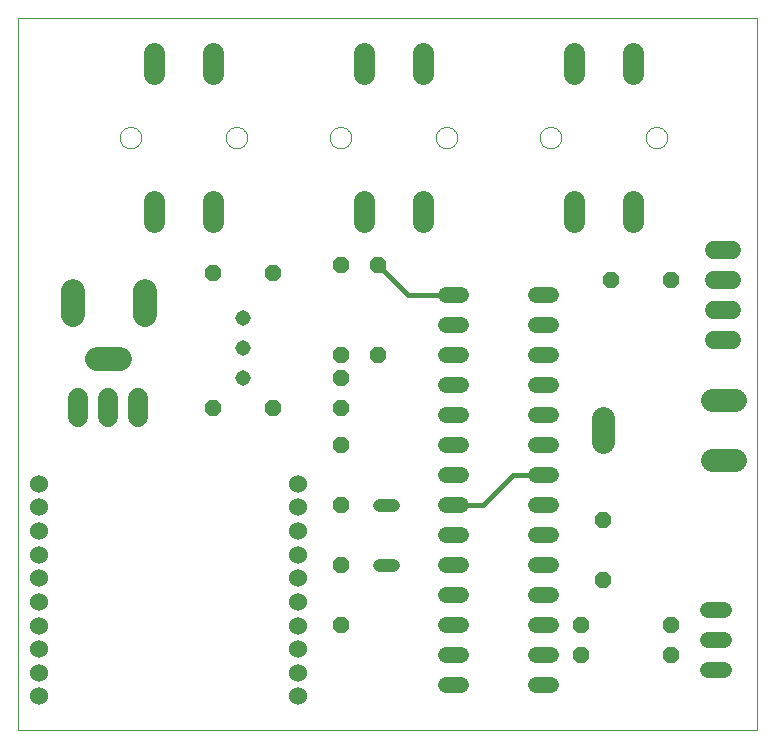
<source format=gtl>
G75*
%MOIN*%
%OFA0B0*%
%FSLAX24Y24*%
%IPPOS*%
%LPD*%
%AMOC8*
5,1,8,0,0,1.08239X$1,22.5*
%
%ADD10C,0.0000*%
%ADD11C,0.0520*%
%ADD12C,0.0440*%
%ADD13OC8,0.0520*%
%ADD14C,0.0600*%
%ADD15C,0.0705*%
%ADD16C,0.0780*%
%ADD17C,0.0600*%
%ADD18C,0.0515*%
%ADD19C,0.0787*%
%ADD20C,0.0650*%
%ADD21C,0.0160*%
D10*
X001300Y002006D02*
X001300Y025752D01*
X025920Y025752D01*
X025920Y002006D01*
X001300Y002006D01*
X004675Y021756D02*
X004677Y021793D01*
X004683Y021830D01*
X004692Y021866D01*
X004706Y021900D01*
X004723Y021933D01*
X004743Y021965D01*
X004766Y021994D01*
X004792Y022020D01*
X004821Y022043D01*
X004852Y022063D01*
X004886Y022080D01*
X004920Y022094D01*
X004956Y022103D01*
X004993Y022109D01*
X005030Y022111D01*
X005067Y022109D01*
X005104Y022103D01*
X005140Y022094D01*
X005174Y022080D01*
X005207Y022063D01*
X005239Y022043D01*
X005268Y022020D01*
X005294Y021994D01*
X005317Y021965D01*
X005337Y021934D01*
X005354Y021900D01*
X005368Y021866D01*
X005377Y021830D01*
X005383Y021793D01*
X005385Y021756D01*
X005383Y021719D01*
X005377Y021682D01*
X005368Y021646D01*
X005354Y021612D01*
X005337Y021579D01*
X005317Y021547D01*
X005294Y021518D01*
X005268Y021492D01*
X005239Y021469D01*
X005208Y021449D01*
X005174Y021432D01*
X005140Y021418D01*
X005104Y021409D01*
X005067Y021403D01*
X005030Y021401D01*
X004993Y021403D01*
X004956Y021409D01*
X004920Y021418D01*
X004886Y021432D01*
X004853Y021449D01*
X004821Y021469D01*
X004792Y021492D01*
X004766Y021518D01*
X004743Y021547D01*
X004723Y021578D01*
X004706Y021612D01*
X004692Y021646D01*
X004683Y021682D01*
X004677Y021719D01*
X004675Y021756D01*
X008215Y021756D02*
X008217Y021793D01*
X008223Y021830D01*
X008232Y021866D01*
X008246Y021900D01*
X008263Y021933D01*
X008283Y021965D01*
X008306Y021994D01*
X008332Y022020D01*
X008361Y022043D01*
X008392Y022063D01*
X008426Y022080D01*
X008460Y022094D01*
X008496Y022103D01*
X008533Y022109D01*
X008570Y022111D01*
X008607Y022109D01*
X008644Y022103D01*
X008680Y022094D01*
X008714Y022080D01*
X008747Y022063D01*
X008779Y022043D01*
X008808Y022020D01*
X008834Y021994D01*
X008857Y021965D01*
X008877Y021934D01*
X008894Y021900D01*
X008908Y021866D01*
X008917Y021830D01*
X008923Y021793D01*
X008925Y021756D01*
X008923Y021719D01*
X008917Y021682D01*
X008908Y021646D01*
X008894Y021612D01*
X008877Y021579D01*
X008857Y021547D01*
X008834Y021518D01*
X008808Y021492D01*
X008779Y021469D01*
X008748Y021449D01*
X008714Y021432D01*
X008680Y021418D01*
X008644Y021409D01*
X008607Y021403D01*
X008570Y021401D01*
X008533Y021403D01*
X008496Y021409D01*
X008460Y021418D01*
X008426Y021432D01*
X008393Y021449D01*
X008361Y021469D01*
X008332Y021492D01*
X008306Y021518D01*
X008283Y021547D01*
X008263Y021578D01*
X008246Y021612D01*
X008232Y021646D01*
X008223Y021682D01*
X008217Y021719D01*
X008215Y021756D01*
X011675Y021756D02*
X011677Y021793D01*
X011683Y021830D01*
X011692Y021866D01*
X011706Y021900D01*
X011723Y021933D01*
X011743Y021965D01*
X011766Y021994D01*
X011792Y022020D01*
X011821Y022043D01*
X011852Y022063D01*
X011886Y022080D01*
X011920Y022094D01*
X011956Y022103D01*
X011993Y022109D01*
X012030Y022111D01*
X012067Y022109D01*
X012104Y022103D01*
X012140Y022094D01*
X012174Y022080D01*
X012207Y022063D01*
X012239Y022043D01*
X012268Y022020D01*
X012294Y021994D01*
X012317Y021965D01*
X012337Y021934D01*
X012354Y021900D01*
X012368Y021866D01*
X012377Y021830D01*
X012383Y021793D01*
X012385Y021756D01*
X012383Y021719D01*
X012377Y021682D01*
X012368Y021646D01*
X012354Y021612D01*
X012337Y021579D01*
X012317Y021547D01*
X012294Y021518D01*
X012268Y021492D01*
X012239Y021469D01*
X012208Y021449D01*
X012174Y021432D01*
X012140Y021418D01*
X012104Y021409D01*
X012067Y021403D01*
X012030Y021401D01*
X011993Y021403D01*
X011956Y021409D01*
X011920Y021418D01*
X011886Y021432D01*
X011853Y021449D01*
X011821Y021469D01*
X011792Y021492D01*
X011766Y021518D01*
X011743Y021547D01*
X011723Y021578D01*
X011706Y021612D01*
X011692Y021646D01*
X011683Y021682D01*
X011677Y021719D01*
X011675Y021756D01*
X015215Y021756D02*
X015217Y021793D01*
X015223Y021830D01*
X015232Y021866D01*
X015246Y021900D01*
X015263Y021933D01*
X015283Y021965D01*
X015306Y021994D01*
X015332Y022020D01*
X015361Y022043D01*
X015392Y022063D01*
X015426Y022080D01*
X015460Y022094D01*
X015496Y022103D01*
X015533Y022109D01*
X015570Y022111D01*
X015607Y022109D01*
X015644Y022103D01*
X015680Y022094D01*
X015714Y022080D01*
X015747Y022063D01*
X015779Y022043D01*
X015808Y022020D01*
X015834Y021994D01*
X015857Y021965D01*
X015877Y021934D01*
X015894Y021900D01*
X015908Y021866D01*
X015917Y021830D01*
X015923Y021793D01*
X015925Y021756D01*
X015923Y021719D01*
X015917Y021682D01*
X015908Y021646D01*
X015894Y021612D01*
X015877Y021579D01*
X015857Y021547D01*
X015834Y021518D01*
X015808Y021492D01*
X015779Y021469D01*
X015748Y021449D01*
X015714Y021432D01*
X015680Y021418D01*
X015644Y021409D01*
X015607Y021403D01*
X015570Y021401D01*
X015533Y021403D01*
X015496Y021409D01*
X015460Y021418D01*
X015426Y021432D01*
X015393Y021449D01*
X015361Y021469D01*
X015332Y021492D01*
X015306Y021518D01*
X015283Y021547D01*
X015263Y021578D01*
X015246Y021612D01*
X015232Y021646D01*
X015223Y021682D01*
X015217Y021719D01*
X015215Y021756D01*
X018675Y021756D02*
X018677Y021793D01*
X018683Y021830D01*
X018692Y021866D01*
X018706Y021900D01*
X018723Y021933D01*
X018743Y021965D01*
X018766Y021994D01*
X018792Y022020D01*
X018821Y022043D01*
X018852Y022063D01*
X018886Y022080D01*
X018920Y022094D01*
X018956Y022103D01*
X018993Y022109D01*
X019030Y022111D01*
X019067Y022109D01*
X019104Y022103D01*
X019140Y022094D01*
X019174Y022080D01*
X019207Y022063D01*
X019239Y022043D01*
X019268Y022020D01*
X019294Y021994D01*
X019317Y021965D01*
X019337Y021934D01*
X019354Y021900D01*
X019368Y021866D01*
X019377Y021830D01*
X019383Y021793D01*
X019385Y021756D01*
X019383Y021719D01*
X019377Y021682D01*
X019368Y021646D01*
X019354Y021612D01*
X019337Y021579D01*
X019317Y021547D01*
X019294Y021518D01*
X019268Y021492D01*
X019239Y021469D01*
X019208Y021449D01*
X019174Y021432D01*
X019140Y021418D01*
X019104Y021409D01*
X019067Y021403D01*
X019030Y021401D01*
X018993Y021403D01*
X018956Y021409D01*
X018920Y021418D01*
X018886Y021432D01*
X018853Y021449D01*
X018821Y021469D01*
X018792Y021492D01*
X018766Y021518D01*
X018743Y021547D01*
X018723Y021578D01*
X018706Y021612D01*
X018692Y021646D01*
X018683Y021682D01*
X018677Y021719D01*
X018675Y021756D01*
X022215Y021756D02*
X022217Y021793D01*
X022223Y021830D01*
X022232Y021866D01*
X022246Y021900D01*
X022263Y021933D01*
X022283Y021965D01*
X022306Y021994D01*
X022332Y022020D01*
X022361Y022043D01*
X022392Y022063D01*
X022426Y022080D01*
X022460Y022094D01*
X022496Y022103D01*
X022533Y022109D01*
X022570Y022111D01*
X022607Y022109D01*
X022644Y022103D01*
X022680Y022094D01*
X022714Y022080D01*
X022747Y022063D01*
X022779Y022043D01*
X022808Y022020D01*
X022834Y021994D01*
X022857Y021965D01*
X022877Y021934D01*
X022894Y021900D01*
X022908Y021866D01*
X022917Y021830D01*
X022923Y021793D01*
X022925Y021756D01*
X022923Y021719D01*
X022917Y021682D01*
X022908Y021646D01*
X022894Y021612D01*
X022877Y021579D01*
X022857Y021547D01*
X022834Y021518D01*
X022808Y021492D01*
X022779Y021469D01*
X022748Y021449D01*
X022714Y021432D01*
X022680Y021418D01*
X022644Y021409D01*
X022607Y021403D01*
X022570Y021401D01*
X022533Y021403D01*
X022496Y021409D01*
X022460Y021418D01*
X022426Y021432D01*
X022393Y021449D01*
X022361Y021469D01*
X022332Y021492D01*
X022306Y021518D01*
X022283Y021547D01*
X022263Y021578D01*
X022246Y021612D01*
X022232Y021646D01*
X022223Y021682D01*
X022217Y021719D01*
X022215Y021756D01*
D11*
X019060Y016506D02*
X018540Y016506D01*
X018540Y015506D02*
X019060Y015506D01*
X019060Y014506D02*
X018540Y014506D01*
X018540Y013506D02*
X019060Y013506D01*
X019060Y012506D02*
X018540Y012506D01*
X018540Y011506D02*
X019060Y011506D01*
X019060Y010506D02*
X018540Y010506D01*
X018540Y009506D02*
X019060Y009506D01*
X019060Y008506D02*
X018540Y008506D01*
X018540Y007506D02*
X019060Y007506D01*
X019060Y006506D02*
X018540Y006506D01*
X018540Y005506D02*
X019060Y005506D01*
X019060Y004506D02*
X018540Y004506D01*
X018540Y003506D02*
X019060Y003506D01*
X016060Y003506D02*
X015540Y003506D01*
X015540Y004506D02*
X016060Y004506D01*
X016060Y005506D02*
X015540Y005506D01*
X015540Y006506D02*
X016060Y006506D01*
X016060Y007506D02*
X015540Y007506D01*
X015540Y008506D02*
X016060Y008506D01*
X016060Y009506D02*
X015540Y009506D01*
X015540Y010506D02*
X016060Y010506D01*
X016060Y011506D02*
X015540Y011506D01*
X015540Y012506D02*
X016060Y012506D01*
X016060Y013506D02*
X015540Y013506D01*
X015540Y014506D02*
X016060Y014506D01*
X016060Y015506D02*
X015540Y015506D01*
X015540Y016506D02*
X016060Y016506D01*
X024290Y006006D02*
X024810Y006006D01*
X024810Y005006D02*
X024290Y005006D01*
X024290Y004006D02*
X024810Y004006D01*
D12*
X013770Y007506D02*
X013330Y007506D01*
X013330Y009506D02*
X013770Y009506D01*
D13*
X012050Y009506D03*
X012050Y007506D03*
X012050Y005506D03*
X012050Y011506D03*
X012050Y012756D03*
X012050Y013756D03*
X012050Y014506D03*
X013300Y014506D03*
X013300Y017506D03*
X012050Y017506D03*
X009800Y017256D03*
X007800Y017256D03*
X007800Y012756D03*
X009800Y012756D03*
X020050Y005506D03*
X020050Y004506D03*
X020800Y007006D03*
X020800Y009006D03*
X023050Y005506D03*
X023050Y004506D03*
X023050Y017006D03*
X021050Y017006D03*
D14*
X024500Y017006D02*
X025100Y017006D01*
X025100Y016006D02*
X024500Y016006D01*
X024500Y015006D02*
X025100Y015006D01*
X025100Y018006D02*
X024500Y018006D01*
D15*
X021780Y018944D02*
X021780Y019649D01*
X019820Y019649D02*
X019820Y018944D01*
X019820Y023864D02*
X019820Y024569D01*
X021780Y024569D02*
X021780Y023864D01*
X014780Y023864D02*
X014780Y024569D01*
X012820Y024569D02*
X012820Y023864D01*
X012820Y019649D02*
X012820Y018944D01*
X014780Y018944D02*
X014780Y019649D01*
X007780Y019649D02*
X007780Y018944D01*
X005820Y018944D02*
X005820Y019649D01*
X005820Y023864D02*
X005820Y024569D01*
X007780Y024569D02*
X007780Y023864D01*
D16*
X020800Y012396D02*
X020800Y011616D01*
X024410Y011006D02*
X025190Y011006D01*
X025190Y013006D02*
X024410Y013006D01*
D17*
X010631Y010219D03*
X010631Y009431D03*
X010631Y008644D03*
X010631Y007857D03*
X010631Y007069D03*
X010631Y006282D03*
X010631Y005494D03*
X010631Y004707D03*
X010631Y003920D03*
X010631Y003132D03*
X001969Y003132D03*
X001969Y003920D03*
X001969Y004707D03*
X001969Y005494D03*
X001969Y006282D03*
X001969Y007069D03*
X001969Y007857D03*
X001969Y008644D03*
X001969Y009431D03*
X001969Y010219D03*
D18*
X008800Y013756D03*
X008800Y014756D03*
X008800Y015756D03*
D19*
X005520Y015862D02*
X005520Y016650D01*
X004694Y014366D02*
X003906Y014366D01*
X003119Y015862D02*
X003119Y016650D01*
D20*
X003300Y013081D02*
X003300Y012431D01*
X004300Y012431D02*
X004300Y013081D01*
X005300Y013081D02*
X005300Y012431D01*
D21*
X013300Y017506D02*
X014300Y016506D01*
X015800Y016506D01*
X017800Y010506D02*
X016800Y009506D01*
X015800Y009506D01*
X017800Y010506D02*
X018800Y010506D01*
M02*

</source>
